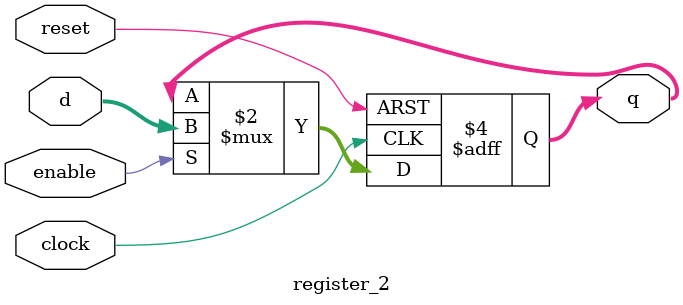
<source format=v>
module register_2 #(
    parameter bits = 16
) (
    input clock, reset, enable, 
    input [bits-1:0] d,
    output reg [bits-1:0] q
);
    always @(posedge clock, posedge reset)
        if (reset) 
            q <= 0;
        else if (enable) 
            q <= d;
endmodule
</source>
